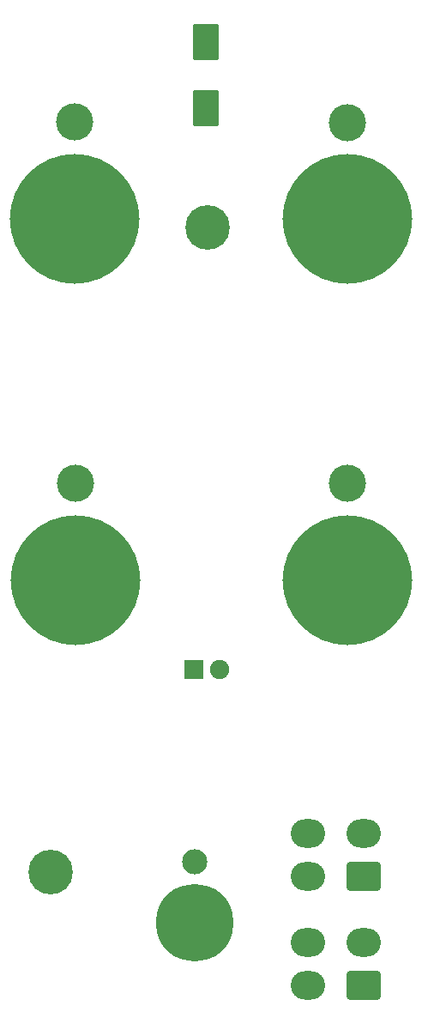
<source format=gbr>
%TF.GenerationSoftware,KiCad,Pcbnew,(6.0.9)*%
%TF.CreationDate,2022-12-26T22:33:28-09:00*%
%TF.ProjectId,PCB_ SIM POWER PANEL,5043422c-2053-4494-9d20-504f57455220,rev?*%
%TF.SameCoordinates,Original*%
%TF.FileFunction,Soldermask,Bot*%
%TF.FilePolarity,Negative*%
%FSLAX46Y46*%
G04 Gerber Fmt 4.6, Leading zero omitted, Abs format (unit mm)*
G04 Created by KiCad (PCBNEW (6.0.9)) date 2022-12-26 22:33:28*
%MOMM*%
%LPD*%
G01*
G04 APERTURE LIST*
G04 Aperture macros list*
%AMRoundRect*
0 Rectangle with rounded corners*
0 $1 Rounding radius*
0 $2 $3 $4 $5 $6 $7 $8 $9 X,Y pos of 4 corners*
0 Add a 4 corners polygon primitive as box body*
4,1,4,$2,$3,$4,$5,$6,$7,$8,$9,$2,$3,0*
0 Add four circle primitives for the rounded corners*
1,1,$1+$1,$2,$3*
1,1,$1+$1,$4,$5*
1,1,$1+$1,$6,$7*
1,1,$1+$1,$8,$9*
0 Add four rect primitives between the rounded corners*
20,1,$1+$1,$2,$3,$4,$5,0*
20,1,$1+$1,$4,$5,$6,$7,0*
20,1,$1+$1,$6,$7,$8,$9,0*
20,1,$1+$1,$8,$9,$2,$3,0*%
G04 Aperture macros list end*
%ADD10RoundRect,0.300001X1.399999X-1.099999X1.399999X1.099999X-1.399999X1.099999X-1.399999X-1.099999X0*%
%ADD11O,3.400000X2.800000*%
%ADD12C,4.400000*%
%ADD13RoundRect,0.050000X-0.900000X-0.900000X0.900000X-0.900000X0.900000X0.900000X-0.900000X0.900000X0*%
%ADD14C,1.900000*%
%ADD15RoundRect,0.300000X1.000000X-1.500000X1.000000X1.500000X-1.000000X1.500000X-1.000000X-1.500000X0*%
%ADD16C,3.672000*%
%ADD17C,12.800000*%
%ADD18C,7.640752*%
%ADD19C,2.481250*%
G04 APERTURE END LIST*
D10*
%TO.C,J2*%
X252850000Y-153760000D03*
D11*
X252850000Y-149560000D03*
X247350000Y-153760000D03*
X247350000Y-149560000D03*
%TD*%
D10*
%TO.C,J1*%
X252870000Y-142990000D03*
D11*
X252870000Y-138790000D03*
X247370000Y-142990000D03*
X247370000Y-138790000D03*
%TD*%
D12*
%TO.C,H2*%
X221960000Y-142570000D03*
%TD*%
%TO.C,H1*%
X237460000Y-78970000D03*
%TD*%
D13*
%TO.C,D36*%
X236113000Y-122588000D03*
D14*
X238653000Y-122588000D03*
%TD*%
D15*
%TO.C,C1*%
X237330000Y-67240000D03*
X237330000Y-60740000D03*
%TD*%
D16*
%TO.C,REF\u002A\u002A*%
X251280000Y-68645000D03*
D17*
X251280000Y-78170000D03*
X251280000Y-78170000D03*
%TD*%
%TO.C,REF\u002A\u002A*%
X224370000Y-78130000D03*
D16*
X224370000Y-68605000D03*
D17*
X224370000Y-78130000D03*
%TD*%
D16*
%TO.C,REF\u002A\u002A*%
X251280000Y-104245000D03*
D17*
X251280000Y-113770000D03*
X251280000Y-113770000D03*
%TD*%
%TO.C,REF\u002A\u002A*%
X224400000Y-113780000D03*
X224400000Y-113780000D03*
D16*
X224400000Y-104255000D03*
%TD*%
D18*
%TO.C,REF\u002A\u002A*%
X236200000Y-147600000D03*
D19*
X236200000Y-141600000D03*
D18*
X236200000Y-147600000D03*
%TD*%
M02*

</source>
